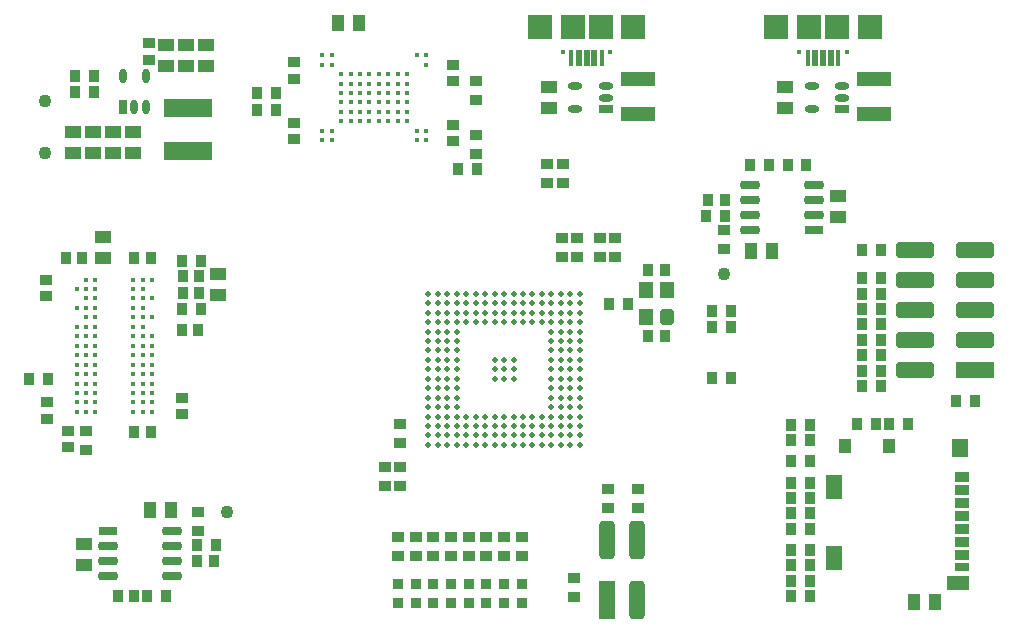
<source format=gts>
G04*
G04 #@! TF.GenerationSoftware,Altium Limited,Altium Designer,20.0.13 (296)*
G04*
G04 Layer_Color=8388736*
%FSLAX44Y44*%
%MOMM*%
G71*
G01*
G75*
%ADD17R,1.1000X1.3000*%
G04:AMPARAMS|DCode=46|XSize=1.4mm|YSize=1.2mm|CornerRadius=0.325mm|HoleSize=0mm|Usage=FLASHONLY|Rotation=90.000|XOffset=0mm|YOffset=0mm|HoleType=Round|Shape=RoundedRectangle|*
%AMROUNDEDRECTD46*
21,1,1.4000,0.5500,0,0,90.0*
21,1,0.7500,1.2000,0,0,90.0*
1,1,0.6500,0.2750,0.3750*
1,1,0.6500,0.2750,-0.3750*
1,1,0.6500,-0.2750,-0.3750*
1,1,0.6500,-0.2750,0.3750*
%
%ADD46ROUNDEDRECTD46*%
%ADD47R,1.2000X1.4000*%
%ADD48C,0.4500*%
%ADD49C,0.4700*%
G04:AMPARAMS|DCode=50|XSize=1.625mm|YSize=0.75mm|CornerRadius=0.2125mm|HoleSize=0mm|Usage=FLASHONLY|Rotation=180.000|XOffset=0mm|YOffset=0mm|HoleType=Round|Shape=RoundedRectangle|*
%AMROUNDEDRECTD50*
21,1,1.6250,0.3250,0,0,180.0*
21,1,1.2000,0.7500,0,0,180.0*
1,1,0.4250,-0.6000,0.1625*
1,1,0.4250,0.6000,0.1625*
1,1,0.4250,0.6000,-0.1625*
1,1,0.4250,-0.6000,-0.1625*
%
%ADD50ROUNDEDRECTD50*%
%ADD51R,1.6250X0.7500*%
%ADD52R,0.7000X1.2000*%
%ADD53O,0.7000X1.2000*%
%ADD54R,1.0000X0.8500*%
%ADD55R,0.8500X1.0000*%
%ADD56R,4.1000X1.6000*%
%ADD57R,1.2000X0.8500*%
%ADD58R,1.2000X0.8000*%
%ADD59R,1.9000X1.2000*%
%ADD60R,1.4500X2.0000*%
%ADD61R,1.4500X1.6500*%
%ADD62R,1.3700X3.2800*%
G04:AMPARAMS|DCode=63|XSize=1.37mm|YSize=3.28mm|CornerRadius=0.3675mm|HoleSize=0mm|Usage=FLASHONLY|Rotation=0.000|XOffset=0mm|YOffset=0mm|HoleType=Round|Shape=RoundedRectangle|*
%AMROUNDEDRECTD63*
21,1,1.3700,2.5450,0,0,0.0*
21,1,0.6350,3.2800,0,0,0.0*
1,1,0.7350,0.3175,-1.2725*
1,1,0.7350,-0.3175,-1.2725*
1,1,0.7350,-0.3175,1.2725*
1,1,0.7350,0.3175,1.2725*
%
%ADD63ROUNDEDRECTD63*%
%ADD64R,0.4000X1.4500*%
%ADD65R,0.5000X1.4500*%
%ADD66R,2.0000X2.0000*%
G04:AMPARAMS|DCode=67|XSize=1.37mm|YSize=3.28mm|CornerRadius=0.3675mm|HoleSize=0mm|Usage=FLASHONLY|Rotation=90.000|XOffset=0mm|YOffset=0mm|HoleType=Round|Shape=RoundedRectangle|*
%AMROUNDEDRECTD67*
21,1,1.3700,2.5450,0,0,90.0*
21,1,0.6350,3.2800,0,0,90.0*
1,1,0.7350,1.2725,0.3175*
1,1,0.7350,1.2725,-0.3175*
1,1,0.7350,-1.2725,-0.3175*
1,1,0.7350,-1.2725,0.3175*
%
%ADD67ROUNDEDRECTD67*%
%ADD68R,3.2800X1.3700*%
%ADD69R,2.9100X1.2800*%
%ADD70R,0.9000X0.9000*%
%ADD71R,1.2000X0.7000*%
%ADD72O,1.2000X0.7000*%
%ADD73R,1.0000X1.4000*%
%ADD74R,1.4000X1.0000*%
%ADD75C,1.1000*%
%ADD76C,0.3750*%
%ADD77C,0.1000*%
D17*
X719000Y155400D02*
D03*
X756000D02*
D03*
D46*
X568000Y264500D02*
D03*
D47*
Y287500D02*
D03*
X550000D02*
D03*
Y264500D02*
D03*
D48*
X276000Y414000D02*
D03*
Y422000D02*
D03*
Y478000D02*
D03*
Y486000D02*
D03*
X284000Y414000D02*
D03*
Y422000D02*
D03*
Y478000D02*
D03*
Y486000D02*
D03*
X292000Y430000D02*
D03*
Y438000D02*
D03*
Y446000D02*
D03*
Y454000D02*
D03*
Y462000D02*
D03*
Y470000D02*
D03*
X300000Y430000D02*
D03*
Y438000D02*
D03*
Y446000D02*
D03*
Y454000D02*
D03*
Y462000D02*
D03*
Y470000D02*
D03*
X308000Y430000D02*
D03*
Y438000D02*
D03*
Y446000D02*
D03*
Y454000D02*
D03*
Y462000D02*
D03*
Y470000D02*
D03*
X316000Y430000D02*
D03*
Y438000D02*
D03*
Y446000D02*
D03*
Y454000D02*
D03*
Y462000D02*
D03*
Y470000D02*
D03*
X324000Y430000D02*
D03*
Y438000D02*
D03*
Y446000D02*
D03*
Y454000D02*
D03*
Y462000D02*
D03*
Y470000D02*
D03*
X332000Y430000D02*
D03*
Y438000D02*
D03*
Y446000D02*
D03*
Y454000D02*
D03*
Y462000D02*
D03*
Y470000D02*
D03*
X340000Y430000D02*
D03*
Y438000D02*
D03*
Y446000D02*
D03*
Y454000D02*
D03*
Y462000D02*
D03*
Y470000D02*
D03*
X348000Y430000D02*
D03*
Y438000D02*
D03*
Y446000D02*
D03*
Y454000D02*
D03*
Y462000D02*
D03*
Y470000D02*
D03*
X356000Y414000D02*
D03*
Y422000D02*
D03*
Y486000D02*
D03*
X364000Y414000D02*
D03*
Y422000D02*
D03*
Y478000D02*
D03*
Y486000D02*
D03*
X132000Y184000D02*
D03*
X124000D02*
D03*
X116000D02*
D03*
X84000D02*
D03*
X76000D02*
D03*
X68000D02*
D03*
X132000Y192000D02*
D03*
X124000D02*
D03*
X116000D02*
D03*
X84000D02*
D03*
X76000D02*
D03*
X68000D02*
D03*
X132000Y200000D02*
D03*
X124000D02*
D03*
X116000D02*
D03*
X84000D02*
D03*
X76000D02*
D03*
X68000D02*
D03*
X132000Y208000D02*
D03*
X124000D02*
D03*
X116000D02*
D03*
X84000D02*
D03*
X76000D02*
D03*
X68000D02*
D03*
X132000Y216000D02*
D03*
X124000D02*
D03*
X116000D02*
D03*
X84000D02*
D03*
X76000D02*
D03*
X68000D02*
D03*
X132000Y224000D02*
D03*
X124000D02*
D03*
X116000D02*
D03*
X84000D02*
D03*
X76000D02*
D03*
X68000D02*
D03*
X132000Y232000D02*
D03*
X124000D02*
D03*
X116000D02*
D03*
X84000D02*
D03*
X76000D02*
D03*
X68000D02*
D03*
X132000Y240000D02*
D03*
X124000D02*
D03*
X116000D02*
D03*
X84000D02*
D03*
X76000D02*
D03*
X68000D02*
D03*
X132000Y248000D02*
D03*
X124000D02*
D03*
X116000D02*
D03*
X84000D02*
D03*
X76000D02*
D03*
X68000D02*
D03*
X124000Y256000D02*
D03*
X116000D02*
D03*
X84000D02*
D03*
X76000D02*
D03*
X68000D02*
D03*
X132000Y264000D02*
D03*
X124000D02*
D03*
X116000D02*
D03*
X84000D02*
D03*
X76000D02*
D03*
X124000Y272000D02*
D03*
X116000D02*
D03*
X84000D02*
D03*
X76000D02*
D03*
X68000D02*
D03*
X132000Y280000D02*
D03*
X124000D02*
D03*
X116000D02*
D03*
X84000D02*
D03*
X76000D02*
D03*
X124000Y288000D02*
D03*
X116000D02*
D03*
X84000D02*
D03*
X76000D02*
D03*
X68000D02*
D03*
X132000Y296000D02*
D03*
X124000D02*
D03*
X116000D02*
D03*
X84000D02*
D03*
X76000D02*
D03*
D49*
X366000Y156000D02*
D03*
X374000D02*
D03*
X382000D02*
D03*
X390000D02*
D03*
X398000D02*
D03*
X406000D02*
D03*
X414000D02*
D03*
X422000D02*
D03*
X430000D02*
D03*
X438000D02*
D03*
X446000D02*
D03*
X454000D02*
D03*
X462000D02*
D03*
X470000D02*
D03*
X478000D02*
D03*
X486000D02*
D03*
X494000D02*
D03*
X366000Y164000D02*
D03*
X374000D02*
D03*
X382000D02*
D03*
X390000D02*
D03*
X398000D02*
D03*
X406000D02*
D03*
X414000D02*
D03*
X422000D02*
D03*
X430000D02*
D03*
X438000D02*
D03*
X446000D02*
D03*
X454000D02*
D03*
X462000D02*
D03*
X470000D02*
D03*
X478000D02*
D03*
X486000D02*
D03*
X494000D02*
D03*
X366000Y172000D02*
D03*
X374000D02*
D03*
X382000D02*
D03*
X390000D02*
D03*
X398000D02*
D03*
X406000D02*
D03*
X414000D02*
D03*
X422000D02*
D03*
X430000D02*
D03*
X438000D02*
D03*
X446000D02*
D03*
X454000D02*
D03*
X462000D02*
D03*
X470000D02*
D03*
X478000D02*
D03*
X486000D02*
D03*
X494000D02*
D03*
X366000Y180000D02*
D03*
X374000D02*
D03*
X382000D02*
D03*
X390000D02*
D03*
X398000D02*
D03*
X406000D02*
D03*
X414000D02*
D03*
X422000D02*
D03*
X430000D02*
D03*
X438000D02*
D03*
X446000D02*
D03*
X454000D02*
D03*
X462000D02*
D03*
X470000D02*
D03*
X478000D02*
D03*
X486000D02*
D03*
X494000D02*
D03*
X366000Y188000D02*
D03*
X374000D02*
D03*
X382000D02*
D03*
X390000D02*
D03*
X470000D02*
D03*
X478000D02*
D03*
X486000D02*
D03*
X494000D02*
D03*
X366000Y196000D02*
D03*
X374000D02*
D03*
X382000D02*
D03*
X390000D02*
D03*
X470000D02*
D03*
X478000D02*
D03*
X486000D02*
D03*
X494000D02*
D03*
X366000Y204000D02*
D03*
X374000D02*
D03*
X382000D02*
D03*
X390000D02*
D03*
X470000D02*
D03*
X478000D02*
D03*
X486000D02*
D03*
X494000D02*
D03*
X366000Y212000D02*
D03*
X374000D02*
D03*
X382000D02*
D03*
X390000D02*
D03*
X422000D02*
D03*
X430000D02*
D03*
X438000D02*
D03*
X470000D02*
D03*
X478000D02*
D03*
X486000D02*
D03*
X494000D02*
D03*
X366000Y220000D02*
D03*
X374000D02*
D03*
X382000D02*
D03*
X390000D02*
D03*
X422000D02*
D03*
X430000D02*
D03*
X438000D02*
D03*
X470000D02*
D03*
X478000D02*
D03*
X486000D02*
D03*
X494000D02*
D03*
X366000Y228000D02*
D03*
X374000D02*
D03*
X382000D02*
D03*
X390000D02*
D03*
X422000D02*
D03*
X430000D02*
D03*
X438000D02*
D03*
X470000D02*
D03*
X478000D02*
D03*
X486000D02*
D03*
X494000D02*
D03*
X366000Y236000D02*
D03*
X374000D02*
D03*
X382000D02*
D03*
X390000D02*
D03*
X470000D02*
D03*
X478000D02*
D03*
X486000D02*
D03*
X494000D02*
D03*
X366000Y244000D02*
D03*
X374000D02*
D03*
X382000D02*
D03*
X390000D02*
D03*
X470000D02*
D03*
X478000D02*
D03*
X486000D02*
D03*
X494000D02*
D03*
X366000Y252000D02*
D03*
X374000D02*
D03*
X382000D02*
D03*
X390000D02*
D03*
X470000D02*
D03*
X478000D02*
D03*
X486000D02*
D03*
X494000D02*
D03*
X366000Y260000D02*
D03*
X374000D02*
D03*
X382000D02*
D03*
X390000D02*
D03*
X398000D02*
D03*
X406000D02*
D03*
X414000D02*
D03*
X422000D02*
D03*
X430000D02*
D03*
X438000D02*
D03*
X446000D02*
D03*
X454000D02*
D03*
X462000D02*
D03*
X470000D02*
D03*
X478000D02*
D03*
X486000D02*
D03*
X494000D02*
D03*
X366000Y268000D02*
D03*
X374000D02*
D03*
X382000D02*
D03*
X390000D02*
D03*
X398000D02*
D03*
X406000D02*
D03*
X414000D02*
D03*
X422000D02*
D03*
X430000D02*
D03*
X438000D02*
D03*
X446000D02*
D03*
X454000D02*
D03*
X462000D02*
D03*
X470000D02*
D03*
X478000D02*
D03*
X486000D02*
D03*
X494000D02*
D03*
X366000Y276000D02*
D03*
X374000D02*
D03*
X382000D02*
D03*
X390000D02*
D03*
X398000D02*
D03*
X406000D02*
D03*
X414000D02*
D03*
X422000D02*
D03*
X430000D02*
D03*
X438000D02*
D03*
X446000D02*
D03*
X454000D02*
D03*
X462000D02*
D03*
X470000D02*
D03*
X478000D02*
D03*
X486000D02*
D03*
X494000D02*
D03*
X366000Y284000D02*
D03*
X374000D02*
D03*
X382000D02*
D03*
X390000D02*
D03*
X398000D02*
D03*
X406000D02*
D03*
X414000D02*
D03*
X422000D02*
D03*
X430000D02*
D03*
X438000D02*
D03*
X446000D02*
D03*
X454000D02*
D03*
X462000D02*
D03*
X470000D02*
D03*
X478000D02*
D03*
X486000D02*
D03*
X494000D02*
D03*
D50*
X637880Y337950D02*
D03*
Y350650D02*
D03*
Y363350D02*
D03*
Y376050D02*
D03*
X692120D02*
D03*
Y363350D02*
D03*
Y350650D02*
D03*
X149120Y83050D02*
D03*
Y70350D02*
D03*
Y57650D02*
D03*
Y44950D02*
D03*
X94880D02*
D03*
Y57650D02*
D03*
Y70350D02*
D03*
D51*
X692120Y337950D02*
D03*
X94880Y83050D02*
D03*
D52*
X107500Y442000D02*
D03*
D53*
X117000D02*
D03*
X126500D02*
D03*
X107500Y468000D02*
D03*
X126500D02*
D03*
D54*
X445000Y62000D02*
D03*
Y78000D02*
D03*
X430000Y62000D02*
D03*
Y78000D02*
D03*
X415000Y62000D02*
D03*
Y78000D02*
D03*
X400000Y62000D02*
D03*
Y78000D02*
D03*
X385000Y62000D02*
D03*
Y78000D02*
D03*
X370000Y62000D02*
D03*
Y78000D02*
D03*
X355000Y62000D02*
D03*
Y78000D02*
D03*
X339999Y62000D02*
D03*
Y78000D02*
D03*
X543000Y103000D02*
D03*
Y119000D02*
D03*
X518000Y103000D02*
D03*
Y119000D02*
D03*
X489000Y27000D02*
D03*
Y43000D02*
D03*
X479000Y331000D02*
D03*
Y315000D02*
D03*
X492000Y331000D02*
D03*
Y315000D02*
D03*
X511000Y331000D02*
D03*
Y315000D02*
D03*
X524000Y331000D02*
D03*
Y315000D02*
D03*
X406000Y402000D02*
D03*
Y418000D02*
D03*
X406000Y448000D02*
D03*
Y464000D02*
D03*
X76000Y152000D02*
D03*
Y168000D02*
D03*
X480000Y394000D02*
D03*
Y378000D02*
D03*
X466000D02*
D03*
Y394000D02*
D03*
X616000Y338000D02*
D03*
Y322000D02*
D03*
X171000Y83000D02*
D03*
Y99000D02*
D03*
X387000Y413000D02*
D03*
Y427000D02*
D03*
X387000Y478000D02*
D03*
Y464000D02*
D03*
X252000Y480000D02*
D03*
Y466000D02*
D03*
Y415000D02*
D03*
Y429000D02*
D03*
X61000Y168000D02*
D03*
Y154000D02*
D03*
X157000Y196000D02*
D03*
Y182000D02*
D03*
X42000Y296000D02*
D03*
Y282000D02*
D03*
X43000Y192000D02*
D03*
Y178000D02*
D03*
X129000Y496000D02*
D03*
Y482000D02*
D03*
X342000Y158000D02*
D03*
Y174000D02*
D03*
X342000Y121000D02*
D03*
Y137000D02*
D03*
X329000Y137000D02*
D03*
Y121000D02*
D03*
D55*
X745000Y174000D02*
D03*
X729000D02*
D03*
X689000Y160000D02*
D03*
X673000D02*
D03*
X688999Y28001D02*
D03*
X672999D02*
D03*
X689000Y142000D02*
D03*
X673000D02*
D03*
X689000Y54000D02*
D03*
X673000D02*
D03*
X688999Y85001D02*
D03*
X672999D02*
D03*
X689000Y124000D02*
D03*
X673000D02*
D03*
X756000Y174000D02*
D03*
X772000D02*
D03*
X689000Y173000D02*
D03*
X673000D02*
D03*
X689000Y41000D02*
D03*
X673000D02*
D03*
X689000Y67000D02*
D03*
X673000D02*
D03*
X689000Y98000D02*
D03*
X673000D02*
D03*
X689000Y111000D02*
D03*
X673000D02*
D03*
X749000Y321000D02*
D03*
X733000D02*
D03*
X749000Y206000D02*
D03*
X733000D02*
D03*
X749000Y284000D02*
D03*
X733000D02*
D03*
X749000Y232000D02*
D03*
X733000D02*
D03*
X749000Y258000D02*
D03*
X733000D02*
D03*
X749000Y219000D02*
D03*
X733000D02*
D03*
X749000Y297000D02*
D03*
X733000D02*
D03*
X749000Y245000D02*
D03*
X733000D02*
D03*
X749000Y271000D02*
D03*
X733000D02*
D03*
X829000Y193000D02*
D03*
X813000D02*
D03*
X221000Y440000D02*
D03*
X237000D02*
D03*
X407000Y390000D02*
D03*
X391000D02*
D03*
X237000Y454000D02*
D03*
X221000D02*
D03*
X173000Y312000D02*
D03*
X157000D02*
D03*
Y271000D02*
D03*
X173000D02*
D03*
X28000Y212000D02*
D03*
X44000D02*
D03*
X535000Y275000D02*
D03*
X519000D02*
D03*
X622000Y256000D02*
D03*
X606000D02*
D03*
X606000Y269000D02*
D03*
X622000D02*
D03*
X622000Y213000D02*
D03*
X606000D02*
D03*
X638000Y393000D02*
D03*
X654000D02*
D03*
X601000Y350000D02*
D03*
X617000D02*
D03*
X686000Y393000D02*
D03*
X670000D02*
D03*
X67000Y468000D02*
D03*
X83000D02*
D03*
X186000Y71000D02*
D03*
X170000D02*
D03*
X67000Y455000D02*
D03*
X83000D02*
D03*
X128000Y28000D02*
D03*
X144000D02*
D03*
X172000Y299000D02*
D03*
X158000D02*
D03*
Y285000D02*
D03*
X172000D02*
D03*
X157000Y253000D02*
D03*
X171000D02*
D03*
X131000Y167000D02*
D03*
X117000D02*
D03*
X73000Y314000D02*
D03*
X59000D02*
D03*
X117000D02*
D03*
X131000D02*
D03*
X566000Y304000D02*
D03*
X552000D02*
D03*
Y248000D02*
D03*
X566000D02*
D03*
X603000Y363000D02*
D03*
X617000D02*
D03*
X184000Y58000D02*
D03*
X170000D02*
D03*
X103000Y28000D02*
D03*
X117000D02*
D03*
D56*
X162000Y405000D02*
D03*
Y441000D02*
D03*
D57*
X817500Y129050D02*
D03*
Y118050D02*
D03*
Y107050D02*
D03*
Y96050D02*
D03*
Y85050D02*
D03*
Y74050D02*
D03*
Y63050D02*
D03*
D58*
Y52550D02*
D03*
D59*
X814000Y39000D02*
D03*
D60*
X709250Y60700D02*
D03*
Y120400D02*
D03*
D61*
X816250Y153650D02*
D03*
D62*
X517300Y24600D02*
D03*
D63*
Y75400D02*
D03*
X542700Y24600D02*
D03*
Y75400D02*
D03*
D64*
X513000Y483250D02*
D03*
X487000D02*
D03*
X713000D02*
D03*
X687000D02*
D03*
D65*
X506500D02*
D03*
X500000D02*
D03*
X493500D02*
D03*
X706500D02*
D03*
X700000D02*
D03*
X693500D02*
D03*
D66*
X539500Y510000D02*
D03*
X512000D02*
D03*
X488000D02*
D03*
X460500D02*
D03*
X739500D02*
D03*
X712000D02*
D03*
X688000D02*
D03*
X660500D02*
D03*
D67*
X777602Y320801D02*
D03*
X828402D02*
D03*
X777602Y295401D02*
D03*
X828402D02*
D03*
X777602Y270001D02*
D03*
X828402D02*
D03*
X777602Y244601D02*
D03*
X828402D02*
D03*
X777602Y219201D02*
D03*
D68*
X828402D02*
D03*
D69*
X543000Y465850D02*
D03*
Y436150D02*
D03*
X743000Y465850D02*
D03*
Y436150D02*
D03*
D70*
X445000Y22000D02*
D03*
Y38000D02*
D03*
X430000Y22000D02*
D03*
Y38000D02*
D03*
X415000Y22000D02*
D03*
Y38000D02*
D03*
X400000Y22000D02*
D03*
Y38000D02*
D03*
X385000Y22000D02*
D03*
Y38000D02*
D03*
X370000Y22000D02*
D03*
Y38000D02*
D03*
X355000Y22000D02*
D03*
Y38000D02*
D03*
X339998Y22000D02*
D03*
Y38000D02*
D03*
D71*
X516300Y440500D02*
D03*
X716300D02*
D03*
D72*
X516300Y450000D02*
D03*
Y459500D02*
D03*
X490300Y440500D02*
D03*
Y459500D02*
D03*
X716300Y450000D02*
D03*
Y459500D02*
D03*
X690300Y440500D02*
D03*
Y459500D02*
D03*
D73*
X795000Y23000D02*
D03*
X777000D02*
D03*
X307000Y513000D02*
D03*
X289000D02*
D03*
X657000Y320000D02*
D03*
X639000D02*
D03*
X130000Y101000D02*
D03*
X148000D02*
D03*
D74*
X468000Y459000D02*
D03*
Y441000D02*
D03*
X668000Y459000D02*
D03*
Y441000D02*
D03*
X188000Y301000D02*
D03*
Y283000D02*
D03*
X90000Y332000D02*
D03*
Y314000D02*
D03*
X713000Y367000D02*
D03*
Y349000D02*
D03*
X74000Y54000D02*
D03*
Y72000D02*
D03*
X65000Y421000D02*
D03*
Y403000D02*
D03*
X82000Y421000D02*
D03*
Y403000D02*
D03*
X99000Y421000D02*
D03*
Y403000D02*
D03*
X116000Y421000D02*
D03*
Y403000D02*
D03*
X144000Y495000D02*
D03*
Y477000D02*
D03*
X161000Y495000D02*
D03*
Y477000D02*
D03*
X178000Y495000D02*
D03*
Y477000D02*
D03*
D75*
X195000Y99000D02*
D03*
X616000Y301000D02*
D03*
X41000Y403000D02*
D03*
Y447000D02*
D03*
D76*
X520000Y488500D02*
D03*
X480000D02*
D03*
X720000D02*
D03*
X680000D02*
D03*
D77*
X810000Y490000D02*
D03*
M02*

</source>
